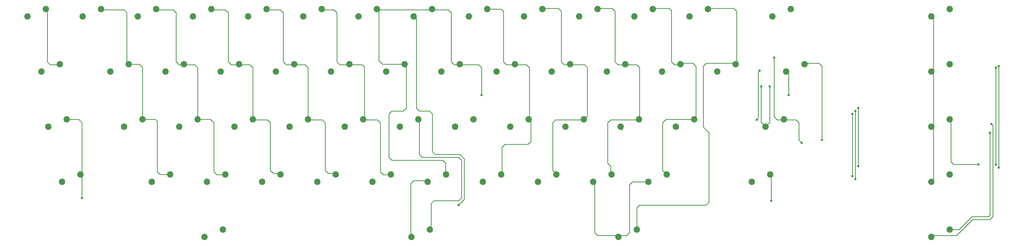
<source format=gbl>
G04 #@! TF.GenerationSoftware,KiCad,Pcbnew,5.1.6-c6e7f7d~86~ubuntu18.04.1*
G04 #@! TF.CreationDate,2020-05-27T13:00:31-07:00*
G04 #@! TF.ProjectId,kbd800xl,6b626438-3030-4786-9c2e-6b696361645f,1.0*
G04 #@! TF.SameCoordinates,Original*
G04 #@! TF.FileFunction,Copper,L2,Bot*
G04 #@! TF.FilePolarity,Positive*
%FSLAX46Y46*%
G04 Gerber Fmt 4.6, Leading zero omitted, Abs format (unit mm)*
G04 Created by KiCad (PCBNEW 5.1.6-c6e7f7d~86~ubuntu18.04.1) date 2020-05-27 13:00:31*
%MOMM*%
%LPD*%
G01*
G04 APERTURE LIST*
G04 #@! TA.AperFunction,ComponentPad*
%ADD10C,2.200000*%
G04 #@! TD*
G04 #@! TA.AperFunction,ViaPad*
%ADD11C,0.800000*%
G04 #@! TD*
G04 #@! TA.AperFunction,Conductor*
%ADD12C,0.250000*%
G04 #@! TD*
G04 APERTURE END LIST*
D10*
X143827500Y-74453750D03*
X150177500Y-71913750D03*
X260508750Y-55403750D03*
X266858750Y-52863750D03*
X255746250Y-74453750D03*
X262096250Y-71913750D03*
X17621250Y-74453750D03*
X23971250Y-71913750D03*
X267652500Y-36353750D03*
X274002500Y-33813750D03*
X262890000Y-17303750D03*
X269240000Y-14763750D03*
X317746250Y-55403750D03*
X324096250Y-52863750D03*
X317746250Y-93503750D03*
X324096250Y-90963750D03*
X317746250Y-74453750D03*
X324096250Y-71913750D03*
X317746250Y-36353750D03*
X324096250Y-33813750D03*
X317746250Y-17303750D03*
X324096250Y-14763750D03*
X209708750Y-93503750D03*
X216058750Y-90963750D03*
X66833750Y-93503750D03*
X73183750Y-90963750D03*
X138271250Y-93503750D03*
X144621250Y-90963750D03*
X220027500Y-74453750D03*
X226377500Y-71913750D03*
X200977500Y-74453750D03*
X207327500Y-71913750D03*
X181927500Y-74453750D03*
X188277500Y-71913750D03*
X162877500Y-74453750D03*
X169227500Y-71913750D03*
X124777500Y-74453750D03*
X131127500Y-71913750D03*
X105727500Y-74453750D03*
X112077500Y-71913750D03*
X86677500Y-74453750D03*
X93027500Y-71913750D03*
X67627500Y-74453750D03*
X73977500Y-71913750D03*
X48577500Y-74453750D03*
X54927500Y-71913750D03*
X229552500Y-55403750D03*
X235902500Y-52863750D03*
X210502500Y-55403750D03*
X216852500Y-52863750D03*
X191452500Y-55403750D03*
X197802500Y-52863750D03*
X172402500Y-55403750D03*
X178752500Y-52863750D03*
X153352500Y-55403750D03*
X159702500Y-52863750D03*
X134302500Y-55403750D03*
X140652500Y-52863750D03*
X115252500Y-55403750D03*
X121602500Y-52863750D03*
X96202500Y-55403750D03*
X102552500Y-52863750D03*
X77152500Y-55403750D03*
X83502500Y-52863750D03*
X58102500Y-55403750D03*
X64452500Y-52863750D03*
X39052500Y-55403750D03*
X45402500Y-52863750D03*
X12858750Y-55403750D03*
X19208750Y-52863750D03*
X10477500Y-36353750D03*
X16827500Y-33813750D03*
X5715000Y-17303750D03*
X12065000Y-14763750D03*
X243840000Y-36353750D03*
X250190000Y-33813750D03*
X224790000Y-36353750D03*
X231140000Y-33813750D03*
X205740000Y-36353750D03*
X212090000Y-33813750D03*
X186690000Y-36353750D03*
X193040000Y-33813750D03*
X167640000Y-36353750D03*
X173990000Y-33813750D03*
X148590000Y-36353750D03*
X154940000Y-33813750D03*
X129540000Y-36353750D03*
X135890000Y-33813750D03*
X110490000Y-36353750D03*
X116840000Y-33813750D03*
X91440000Y-36353750D03*
X97790000Y-33813750D03*
X72390000Y-36353750D03*
X78740000Y-33813750D03*
X53340000Y-36353750D03*
X59690000Y-33813750D03*
X34290000Y-36353750D03*
X40640000Y-33813750D03*
X234315000Y-17303750D03*
X240665000Y-14763750D03*
X215265000Y-17303750D03*
X221615000Y-14763750D03*
X196215000Y-17303750D03*
X202565000Y-14763750D03*
X177165000Y-17303750D03*
X183515000Y-14763750D03*
X158115000Y-17303750D03*
X164465000Y-14763750D03*
X139065000Y-17303750D03*
X145415000Y-14763750D03*
X120015000Y-17303750D03*
X126365000Y-14763750D03*
X100965000Y-17303750D03*
X107315000Y-14763750D03*
X81915000Y-17303750D03*
X88265000Y-14763750D03*
X62865000Y-17303750D03*
X69215000Y-14763750D03*
X43815000Y-17303750D03*
X50165000Y-14763750D03*
X24765000Y-17303750D03*
X31115000Y-14763750D03*
D11*
X154499976Y-82500000D03*
X262000000Y-41500000D03*
X259000000Y-41500000D03*
X258500000Y-36000000D03*
X268500000Y-44500000D03*
X257500000Y-53000000D03*
X338500000Y-54500000D03*
X341000000Y-34500000D03*
X341000000Y-69500000D03*
X340000000Y-35000000D03*
X340000000Y-68500000D03*
X334000000Y-68450000D03*
X338000000Y-57500000D03*
X291499996Y-50000000D03*
X291499996Y-73499996D03*
X292499990Y-49000000D03*
X292500000Y-69000000D03*
X263500000Y-31500000D03*
X273000000Y-61000000D03*
X280000004Y-60000000D03*
X162500000Y-44500000D03*
X24500000Y-80000000D03*
X290500000Y-51000022D03*
X290500000Y-72500014D03*
X262499986Y-81000000D03*
D12*
X140000000Y-49000000D02*
X140000000Y-18238750D01*
X141000000Y-50000000D02*
X140000000Y-49000000D01*
X144500000Y-50000000D02*
X141000000Y-50000000D01*
X145500000Y-51000000D02*
X144500000Y-50000000D01*
X154499976Y-82500000D02*
X156500000Y-80499976D01*
X146500000Y-65000000D02*
X145500000Y-64000000D01*
X145500000Y-64000000D02*
X145500000Y-51000000D01*
X156500000Y-66500000D02*
X155000000Y-65000000D01*
X140000000Y-18238750D02*
X139065000Y-17303750D01*
X156500000Y-80499976D02*
X156500000Y-66500000D01*
X155000000Y-65000000D02*
X146500000Y-65000000D01*
X260508750Y-55403750D02*
X262000000Y-53912500D01*
X262000000Y-53912500D02*
X262000000Y-41500000D01*
X259000000Y-53895000D02*
X259000000Y-41500000D01*
X260508750Y-55403750D02*
X259000000Y-53895000D01*
X134596250Y-55403750D02*
X134302500Y-55403750D01*
X210502500Y-55403750D02*
X210502500Y-56002500D01*
X210502500Y-56002500D02*
X211000000Y-56500000D01*
X268500000Y-37201250D02*
X268500000Y-44500000D01*
X267652500Y-36353750D02*
X268500000Y-37201250D01*
X257500000Y-53000000D02*
X258000000Y-52500000D01*
X258000000Y-36500000D02*
X258500000Y-36000000D01*
X258000000Y-52500000D02*
X258000000Y-36500000D01*
X341000000Y-34500000D02*
X341000000Y-69500000D01*
X340000000Y-35000000D02*
X340000000Y-68500000D01*
X40640000Y-33813750D02*
X44313750Y-33813750D01*
X45402500Y-34902500D02*
X45402500Y-52863750D01*
X44313750Y-33813750D02*
X45402500Y-34902500D01*
X78553750Y-34000000D02*
X78740000Y-33813750D01*
X69451250Y-15000000D02*
X74000000Y-15000000D01*
X69215000Y-14763750D02*
X69451250Y-15000000D01*
X74000000Y-15000000D02*
X75000000Y-16000000D01*
X75000000Y-16000000D02*
X75000000Y-33000000D01*
X75000000Y-33000000D02*
X76000000Y-34000000D01*
X76000000Y-34000000D02*
X78553750Y-34000000D01*
X83500000Y-35000000D02*
X83500000Y-52861250D01*
X82500000Y-34000000D02*
X83500000Y-35000000D01*
X83500000Y-52861250D02*
X83502500Y-52863750D01*
X78740000Y-33813750D02*
X78926250Y-34000000D01*
X78926250Y-34000000D02*
X82500000Y-34000000D01*
X216716250Y-53000000D02*
X216852500Y-52863750D01*
X206000000Y-54000000D02*
X207000000Y-53000000D01*
X207000000Y-53000000D02*
X216716250Y-53000000D01*
X199000000Y-51666250D02*
X197802500Y-52863750D01*
X199000000Y-35000000D02*
X199000000Y-51666250D01*
X198000000Y-34000000D02*
X199000000Y-35000000D01*
X193040000Y-33813750D02*
X193226250Y-34000000D01*
X193226250Y-34000000D02*
X198000000Y-34000000D01*
X183778750Y-14500000D02*
X189000000Y-14500000D01*
X190000000Y-33000000D02*
X191000000Y-34000000D01*
X183515000Y-14763750D02*
X183778750Y-14500000D01*
X189000000Y-14500000D02*
X190000000Y-15500000D01*
X192853750Y-34000000D02*
X193040000Y-33813750D01*
X190000000Y-15500000D02*
X190000000Y-33000000D01*
X191000000Y-34000000D02*
X192853750Y-34000000D01*
X19208750Y-52863750D02*
X23363750Y-52863750D01*
X23363750Y-52863750D02*
X24500000Y-54000000D01*
X24500000Y-54000000D02*
X24500000Y-71000000D01*
X24500000Y-71000000D02*
X23586250Y-71913750D01*
X291499996Y-51500004D02*
X291499996Y-50000000D01*
X291500000Y-73500000D02*
X291499996Y-73499996D01*
X291499996Y-73499996D02*
X291499996Y-51500004D01*
X339000000Y-55000000D02*
X338500000Y-54500000D01*
X318250000Y-93000000D02*
X326500000Y-93000000D01*
X317746250Y-93503750D02*
X318250000Y-93000000D01*
X326500000Y-93000000D02*
X332000000Y-87500000D01*
X332000000Y-87500000D02*
X338000000Y-87500000D01*
X338000000Y-87500000D02*
X339000000Y-86500000D01*
X339000000Y-86500000D02*
X339000000Y-55000000D01*
X143827500Y-74453750D02*
X143827500Y-74827500D01*
X209708750Y-93503750D02*
X210496250Y-93503750D01*
X209205000Y-93000000D02*
X209708750Y-93503750D01*
X201500000Y-92000000D02*
X202500000Y-93000000D01*
X201500000Y-75500000D02*
X201500000Y-92000000D01*
X202500000Y-93000000D02*
X209205000Y-93000000D01*
X200977500Y-74453750D02*
X200977500Y-74977500D01*
X200977500Y-74977500D02*
X201500000Y-75500000D01*
X292499990Y-49000000D02*
X292499990Y-68999990D01*
X292499990Y-68999990D02*
X292500000Y-69000000D01*
X143373750Y-74000000D02*
X143827500Y-74453750D01*
X139000000Y-74000000D02*
X143373750Y-74000000D01*
X138000000Y-75000000D02*
X139000000Y-74000000D01*
X138271250Y-93503750D02*
X138000000Y-93232500D01*
X138000000Y-93232500D02*
X138000000Y-75000000D01*
X210000000Y-93212500D02*
X210000000Y-93000000D01*
X210000000Y-93000000D02*
X212500000Y-93000000D01*
X209708750Y-93503750D02*
X210000000Y-93212500D01*
X212500000Y-93000000D02*
X213500000Y-92000000D01*
X220027500Y-74453750D02*
X214546250Y-74453750D01*
X213500000Y-75500000D02*
X213500000Y-76500000D01*
X214546250Y-74453750D02*
X213500000Y-75500000D01*
X213500000Y-92000000D02*
X213500000Y-76500000D01*
X213500000Y-76500000D02*
X213500000Y-76429749D01*
X317746250Y-17303750D02*
X317746250Y-18246250D01*
X317746250Y-17303750D02*
X317803750Y-17303750D01*
X317803750Y-17303750D02*
X318500000Y-18000000D01*
X318500000Y-35600000D02*
X317746250Y-36353750D01*
X318500000Y-18000000D02*
X318500000Y-35600000D01*
X317746250Y-36353750D02*
X317853750Y-36353750D01*
X317853750Y-36353750D02*
X318500000Y-37000000D01*
X318500000Y-54650000D02*
X317746250Y-55403750D01*
X318500000Y-37000000D02*
X318500000Y-54650000D01*
X317746250Y-55403750D02*
X317903750Y-55403750D01*
X317903750Y-55403750D02*
X318500000Y-56000000D01*
X318500000Y-56000000D02*
X318500000Y-73700000D01*
X324500000Y-67500000D02*
X324500000Y-53096250D01*
X334000000Y-68450000D02*
X325450000Y-68450000D01*
X325450000Y-68450000D02*
X324500000Y-67500000D01*
X266722500Y-53000000D02*
X266858750Y-52863750D01*
X263500000Y-31500000D02*
X263500000Y-52000000D01*
X264500000Y-53000000D02*
X266722500Y-53000000D01*
X263500000Y-52000000D02*
X264500000Y-53000000D01*
X272000004Y-54000004D02*
X272000004Y-60000000D01*
X271000000Y-53000000D02*
X272000004Y-54000004D01*
X266858750Y-52863750D02*
X266995000Y-53000000D01*
X272000004Y-60000000D02*
X273000000Y-60999996D01*
X266995000Y-53000000D02*
X271000000Y-53000000D01*
X16641250Y-34000000D02*
X16827500Y-33813750D01*
X12500000Y-33000000D02*
X13500000Y-34000000D01*
X12500000Y-15000000D02*
X12500000Y-33000000D01*
X12065000Y-14763750D02*
X12301250Y-15000000D01*
X13500000Y-34000000D02*
X16641250Y-34000000D01*
X12301250Y-15000000D02*
X12500000Y-15000000D01*
X51413750Y-71913750D02*
X54927500Y-71913750D01*
X50500000Y-71000000D02*
X51413750Y-71913750D01*
X50500000Y-53500000D02*
X50500000Y-71000000D01*
X45402500Y-52863750D02*
X49863750Y-52863750D01*
X49863750Y-52863750D02*
X50500000Y-53500000D01*
X250190000Y-33813750D02*
X250503750Y-33500000D01*
X40000000Y-33173750D02*
X40640000Y-33813750D01*
X40000000Y-16000000D02*
X40000000Y-33173750D01*
X39000000Y-15000000D02*
X40000000Y-16000000D01*
X31115000Y-14763750D02*
X31351250Y-15000000D01*
X31351250Y-15000000D02*
X39000000Y-15000000D01*
X250500000Y-33500000D02*
X249876250Y-33500000D01*
X250500000Y-15500000D02*
X250500000Y-33500000D01*
X240665000Y-14763750D02*
X240928750Y-14500000D01*
X249876250Y-33500000D02*
X250190000Y-33813750D01*
X249500000Y-14500000D02*
X250500000Y-15500000D01*
X240928750Y-14500000D02*
X249500000Y-14500000D01*
X216058750Y-83441250D02*
X216058750Y-90963750D01*
X241000000Y-81500000D02*
X240000000Y-82500000D01*
X217000000Y-82500000D02*
X216058750Y-83441250D01*
X240000000Y-82500000D02*
X217000000Y-82500000D01*
X241000000Y-57500000D02*
X241000000Y-81500000D01*
X249313750Y-33813750D02*
X249000000Y-33500000D01*
X250190000Y-33813750D02*
X249313750Y-33813750D01*
X239000000Y-34500000D02*
X239000000Y-55500000D01*
X249000000Y-33500000D02*
X240000000Y-33500000D01*
X240000000Y-33500000D02*
X239000000Y-34500000D01*
X239000000Y-55500000D02*
X241000000Y-57500000D01*
X279000000Y-33500000D02*
X280000004Y-34500004D01*
X274002500Y-33813750D02*
X274316250Y-33500000D01*
X280000004Y-34500004D02*
X280000004Y-60000000D01*
X274316250Y-33500000D02*
X279000000Y-33500000D01*
X73891250Y-72000000D02*
X73977500Y-71913750D01*
X71000000Y-72000000D02*
X73891250Y-72000000D01*
X70000000Y-71000000D02*
X71000000Y-72000000D01*
X70000000Y-54000000D02*
X70000000Y-71000000D01*
X64452500Y-52863750D02*
X68863750Y-52863750D01*
X68863750Y-52863750D02*
X70000000Y-54000000D01*
X225000000Y-70536250D02*
X226377500Y-71913750D01*
X225000000Y-54000000D02*
X225000000Y-70536250D01*
X235902500Y-52863750D02*
X226136250Y-52863750D01*
X226136250Y-52863750D02*
X225000000Y-54000000D01*
X59690000Y-33813750D02*
X59876250Y-34000000D01*
X64452500Y-34952500D02*
X64452500Y-52863750D01*
X63500000Y-34000000D02*
X64452500Y-34952500D01*
X59876250Y-34000000D02*
X63500000Y-34000000D01*
X59503750Y-34000000D02*
X59690000Y-33813750D01*
X50165000Y-14763750D02*
X50401250Y-15000000D01*
X56000000Y-15000000D02*
X57000000Y-16000000D01*
X57000000Y-16000000D02*
X57000000Y-33000000D01*
X50401250Y-15000000D02*
X56000000Y-15000000D01*
X57000000Y-33000000D02*
X58000000Y-34000000D01*
X58000000Y-34000000D02*
X59503750Y-34000000D01*
X230953750Y-34000000D02*
X231140000Y-33813750D01*
X221878750Y-14500000D02*
X227250000Y-14500000D01*
X221615000Y-14763750D02*
X221878750Y-14500000D01*
X228000000Y-15250000D02*
X228000000Y-33000000D01*
X227250000Y-14500000D02*
X228000000Y-15250000D01*
X228000000Y-33000000D02*
X229000000Y-34000000D01*
X229000000Y-34000000D02*
X230953750Y-34000000D01*
X236500000Y-52266250D02*
X235902500Y-52863750D01*
X235500000Y-33500000D02*
X236500000Y-34500000D01*
X231140000Y-33813750D02*
X231453750Y-33500000D01*
X236500000Y-34500000D02*
X236500000Y-52266250D01*
X231453750Y-33500000D02*
X235500000Y-33500000D01*
X92613750Y-71500000D02*
X93027500Y-71913750D01*
X89500000Y-54000000D02*
X89500000Y-70500000D01*
X83638750Y-53000000D02*
X88500000Y-53000000D01*
X83502500Y-52863750D02*
X83638750Y-53000000D01*
X88500000Y-53000000D02*
X89500000Y-54000000D01*
X90500000Y-71500000D02*
X92613750Y-71500000D01*
X89500000Y-70500000D02*
X90500000Y-71500000D01*
X206000000Y-54000000D02*
X206000000Y-68000000D01*
X206000000Y-68000000D02*
X207000000Y-69000000D01*
X207000000Y-71586250D02*
X207327500Y-71913750D01*
X207000000Y-69000000D02*
X207000000Y-71586250D01*
X211903750Y-34000000D02*
X212090000Y-33813750D01*
X202828750Y-14500000D02*
X207500000Y-14500000D01*
X202565000Y-14763750D02*
X202828750Y-14500000D01*
X207500000Y-14500000D02*
X208500000Y-15500000D01*
X208500000Y-15500000D02*
X208500000Y-33000000D01*
X208500000Y-33000000D02*
X209500000Y-34000000D01*
X209500000Y-34000000D02*
X211903750Y-34000000D01*
X217000000Y-35000000D02*
X217000000Y-52716250D01*
X217000000Y-52716250D02*
X216852500Y-52863750D01*
X216000000Y-34000000D02*
X217000000Y-35000000D01*
X212090000Y-33813750D02*
X212276250Y-34000000D01*
X212276250Y-34000000D02*
X216000000Y-34000000D01*
X187000000Y-54000000D02*
X187000000Y-70500000D01*
X188277500Y-71777500D02*
X188277500Y-71913750D01*
X188000000Y-53000000D02*
X187000000Y-54000000D01*
X187000000Y-70500000D02*
X188277500Y-71777500D01*
X197802500Y-52863750D02*
X197666250Y-53000000D01*
X197666250Y-53000000D02*
X188000000Y-53000000D01*
X97603750Y-34000000D02*
X97790000Y-33813750D01*
X88501250Y-15000000D02*
X93000000Y-15000000D01*
X95000000Y-34000000D02*
X97603750Y-34000000D01*
X88265000Y-14763750D02*
X88501250Y-15000000D01*
X93000000Y-15000000D02*
X94000000Y-16000000D01*
X94000000Y-16000000D02*
X94000000Y-33000000D01*
X94000000Y-33000000D02*
X95000000Y-34000000D01*
X102500000Y-35000000D02*
X102500000Y-52811250D01*
X101500000Y-34000000D02*
X102500000Y-35000000D01*
X97790000Y-33813750D02*
X97976250Y-34000000D01*
X102500000Y-52811250D02*
X102552500Y-52863750D01*
X97976250Y-34000000D02*
X101500000Y-34000000D01*
X111663750Y-71500000D02*
X112077500Y-71913750D01*
X102688750Y-53000000D02*
X107500000Y-53000000D01*
X102552500Y-52863750D02*
X102688750Y-53000000D01*
X107500000Y-53000000D02*
X108500000Y-54000000D01*
X108500000Y-54000000D02*
X108500000Y-70500000D01*
X108500000Y-70500000D02*
X109500000Y-71500000D01*
X109500000Y-71500000D02*
X111663750Y-71500000D01*
X126500000Y-53000000D02*
X121738750Y-53000000D01*
X130586250Y-71913750D02*
X130500000Y-72000000D01*
X121738750Y-53000000D02*
X121602500Y-52863750D01*
X131127500Y-71913750D02*
X130586250Y-71913750D01*
X130500000Y-72000000D02*
X128500000Y-72000000D01*
X128500000Y-72000000D02*
X127500000Y-71000000D01*
X127500000Y-71000000D02*
X127500000Y-54000000D01*
X127500000Y-54000000D02*
X126500000Y-53000000D01*
X168913750Y-71913750D02*
X168500000Y-71500000D01*
X169500000Y-71913750D02*
X168913750Y-71913750D01*
X178752500Y-52863750D02*
X179500000Y-53611250D01*
X169500000Y-62500000D02*
X169500000Y-71913750D01*
X170500000Y-61500000D02*
X169500000Y-62500000D01*
X179500000Y-53611250D02*
X179500000Y-60500000D01*
X179500000Y-60500000D02*
X178500000Y-61500000D01*
X178500000Y-61500000D02*
X170500000Y-61500000D01*
X121250000Y-34000000D02*
X122000000Y-34750000D01*
X116840000Y-33813750D02*
X117026250Y-34000000D01*
X122000000Y-52466250D02*
X121602500Y-52863750D01*
X122000000Y-34750000D02*
X122000000Y-52466250D01*
X117026250Y-34000000D02*
X121250000Y-34000000D01*
X116653750Y-34000000D02*
X116840000Y-33813750D01*
X107315000Y-14763750D02*
X107551250Y-15000000D01*
X112500000Y-16000000D02*
X112500000Y-33000000D01*
X107551250Y-15000000D02*
X111500000Y-15000000D01*
X111500000Y-15000000D02*
X112500000Y-16000000D01*
X112500000Y-33000000D02*
X113500000Y-34000000D01*
X113500000Y-34000000D02*
X116653750Y-34000000D01*
X173803750Y-34000000D02*
X173990000Y-33813750D01*
X171000000Y-34000000D02*
X173803750Y-34000000D01*
X170000000Y-15500000D02*
X170000000Y-33000000D01*
X170000000Y-33000000D02*
X171000000Y-34000000D01*
X164465000Y-14763750D02*
X169263750Y-14763750D01*
X169263750Y-14763750D02*
X170000000Y-15500000D01*
X179000000Y-52616250D02*
X178752500Y-52863750D01*
X179000000Y-35000000D02*
X179000000Y-52616250D01*
X178000000Y-34000000D02*
X179000000Y-35000000D01*
X173990000Y-33813750D02*
X174176250Y-34000000D01*
X174176250Y-34000000D02*
X178000000Y-34000000D01*
X144621250Y-90878750D02*
X144621250Y-90963750D01*
X338000000Y-86000000D02*
X338000000Y-58000000D01*
X337500000Y-86500000D02*
X338000000Y-86000000D01*
X331780000Y-86500000D02*
X337500000Y-86500000D01*
X324096250Y-90963750D02*
X327316250Y-90963750D01*
X338000000Y-58000000D02*
X338000000Y-57500000D01*
X327316250Y-90963750D02*
X331780000Y-86500000D01*
X145000000Y-90585000D02*
X144621250Y-90963750D01*
X154500000Y-81000000D02*
X146000000Y-81000000D01*
X146000000Y-81000000D02*
X145000000Y-82000000D01*
X141000000Y-53211250D02*
X141000000Y-65000000D01*
X140652500Y-52863750D02*
X141000000Y-53211250D01*
X141000000Y-65000000D02*
X142000000Y-66000000D01*
X142000000Y-66000000D02*
X154500000Y-66000000D01*
X145000000Y-82000000D02*
X145000000Y-90585000D01*
X155500000Y-80000000D02*
X154500000Y-81000000D01*
X154500000Y-66000000D02*
X155500000Y-67000000D01*
X155500000Y-67000000D02*
X155500000Y-80000000D01*
X150000000Y-68000000D02*
X150000000Y-71736250D01*
X150000000Y-71736250D02*
X150177500Y-71913750D01*
X149000000Y-67000000D02*
X150000000Y-68000000D01*
X130500000Y-66000000D02*
X131500000Y-67000000D01*
X130500000Y-51000000D02*
X130500000Y-66000000D01*
X135890000Y-34390000D02*
X136500000Y-35000000D01*
X136500000Y-49000000D02*
X135500000Y-50000000D01*
X135890000Y-33813750D02*
X135890000Y-34390000D01*
X131500000Y-67000000D02*
X149000000Y-67000000D01*
X136500000Y-35000000D02*
X136500000Y-49000000D01*
X135500000Y-50000000D02*
X131500000Y-50000000D01*
X131500000Y-50000000D02*
X130500000Y-51000000D01*
X145415000Y-14763750D02*
X145178750Y-15000000D01*
X126601250Y-15000000D02*
X126365000Y-14763750D01*
X145178750Y-15000000D02*
X126601250Y-15000000D01*
X128313750Y-33813750D02*
X135890000Y-33813750D01*
X126365000Y-14763750D02*
X127000000Y-15398750D01*
X127000000Y-32500000D02*
X128313750Y-33813750D01*
X127000000Y-15398750D02*
X127000000Y-32500000D01*
X145651250Y-15000000D02*
X145415000Y-14763750D01*
X154753750Y-34000000D02*
X153000000Y-34000000D01*
X154940000Y-33813750D02*
X154753750Y-34000000D01*
X153000000Y-34000000D02*
X152000000Y-33000000D01*
X152000000Y-33000000D02*
X152000000Y-16000000D01*
X152000000Y-16000000D02*
X151000000Y-15000000D01*
X151000000Y-15000000D02*
X145651250Y-15000000D01*
X162500000Y-35000000D02*
X162500000Y-44500000D01*
X161500000Y-34000000D02*
X162500000Y-35000000D01*
X154940000Y-33813750D02*
X155126250Y-34000000D01*
X155126250Y-34000000D02*
X161500000Y-34000000D01*
X23971250Y-71913750D02*
X23971250Y-71971250D01*
X23971250Y-71971250D02*
X24500000Y-72500000D01*
X24500000Y-72500000D02*
X24500000Y-80000000D01*
X290500000Y-51000022D02*
X290500000Y-72500014D01*
X262096250Y-71913750D02*
X262500000Y-72317500D01*
X262500000Y-80999986D02*
X262499986Y-81000000D01*
X262500000Y-72317500D02*
X262500000Y-80999986D01*
M02*

</source>
